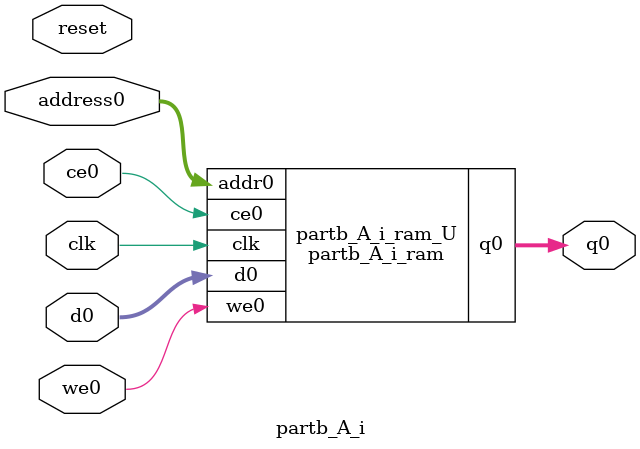
<source format=v>

`timescale 1 ns / 1 ps
module partb_A_i_ram (addr0, ce0, d0, we0, q0,  clk);

parameter DWIDTH = 32;
parameter AWIDTH = 14;
parameter MEM_SIZE = 10000;

input[AWIDTH-1:0] addr0;
input ce0;
input[DWIDTH-1:0] d0;
input we0;
output reg[DWIDTH-1:0] q0;
input clk;

(* ram_style = "block" *)reg [DWIDTH-1:0] ram[0:MEM_SIZE-1];




always @(posedge clk)  
begin 
    if (ce0) 
    begin
        if (we0) 
        begin 
            ram[addr0] <= d0; 
            q0 <= d0;
        end 
        else 
            q0 <= ram[addr0];
    end
end


endmodule


`timescale 1 ns / 1 ps
module partb_A_i(
    reset,
    clk,
    address0,
    ce0,
    we0,
    d0,
    q0);

parameter DataWidth = 32'd32;
parameter AddressRange = 32'd10000;
parameter AddressWidth = 32'd14;
input reset;
input clk;
input[AddressWidth - 1:0] address0;
input ce0;
input we0;
input[DataWidth - 1:0] d0;
output[DataWidth - 1:0] q0;



partb_A_i_ram partb_A_i_ram_U(
    .clk( clk ),
    .addr0( address0 ),
    .ce0( ce0 ),
    .we0( we0 ),
    .d0( d0 ),
    .q0( q0 ));

endmodule


</source>
